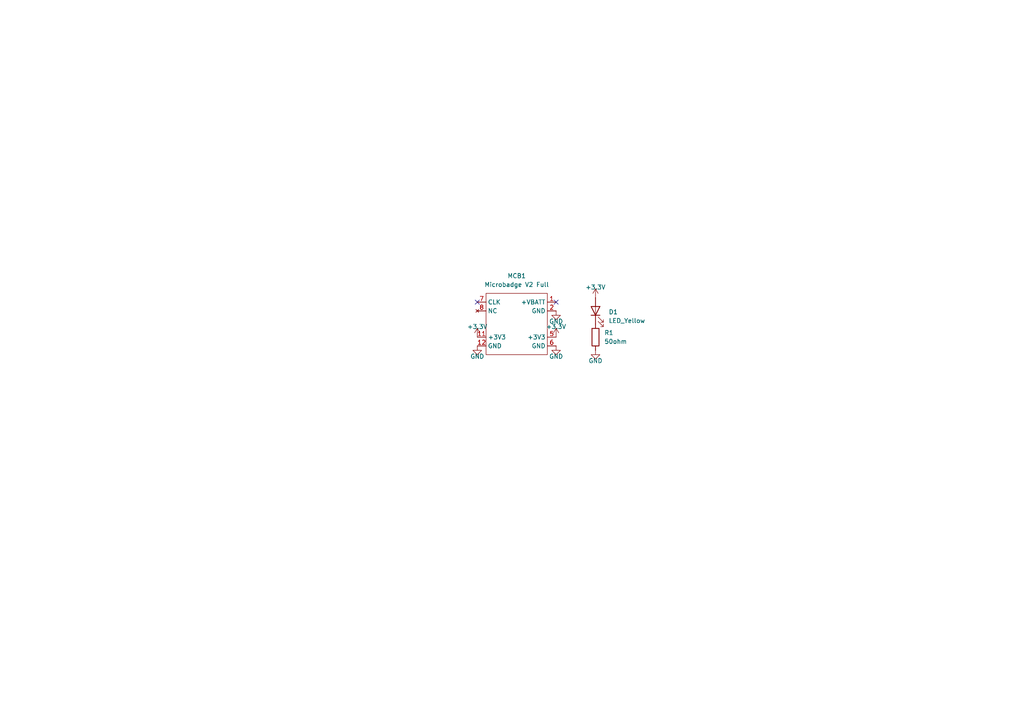
<source format=kicad_sch>
(kicad_sch (version 20250114) (generator "eeschema") (generator_version "9.0")
  (paper "A4")
  (lib_symbols
    (symbol "Device:LED" (pin_numbers (hide yes)) (pin_names (offset 1.016) (hide yes))
      (property "Reference" "D" (at 0 2.54 0))
      (property "Value" "LED" (at 0 -2.54 0))
      (symbol "LED_0_1"
        (polyline (pts (xy -3.048 -0.762) (xy -4.572 -2.286) (xy -3.81 -2.286) (xy -4.572 -2.286) (xy -4.572 -1.524)))
        (polyline (pts (xy -1.778 -0.762) (xy -3.302 -2.286) (xy -2.54 -2.286) (xy -3.302 -2.286) (xy -3.302 -1.524)))
        (polyline (pts (xy -1.27 0) (xy 1.27 0)))
        (polyline (pts (xy -1.27 -1.27) (xy -1.27 1.27)) (stroke (width 0.254)))
        (polyline (pts (xy 1.27 -1.27) (xy 1.27 1.27) (xy -1.27 0) (xy 1.27 -1.27)) (stroke (width 0.254)))
      )
      (symbol "LED_1_1"
        (pin passive line (at -3.81 0 0) (length 2.54) (name "K") (number "1"))
        (pin passive line (at 3.81 0 180) (length 2.54) (name "A") (number "2"))
      )
    )
    (symbol "Device:R" (pin_numbers (hide yes)) (pin_names (offset 0))
      (property "Reference" "R" (at 2.032 0 90))
      (property "Value" "R" (at 0 0 90))
      (symbol "R_0_1"
        (rectangle (start -1.016 -2.54) (end 1.016 2.54) (stroke (width 0.254)))
      )
      (symbol "R_1_1"
        (pin passive line (at 0 3.81 270) (length 1.27) (name "~") (number "1"))
        (pin passive line (at 0 -3.81 90) (length 1.27) (name "~") (number "2"))
      )
    )
    (symbol "Microbadge V2:Microbadge_V2_simple"
      (property "Reference" "MCB" (at 0 1.27 0))
      (property "Value" "Microbadge V2 Full" (at 0 -0.254 0))
      (symbol "Microbadge_V2_simple_0_1"
        (rectangle (start -8.89 8.89) (end 8.89 -8.89))
      )
      (symbol "Microbadge_V2_simple_1_1"
        (pin power_in line (at -6.35 11.43 270) (length 2.54) (name "+VBATT") (number "1"))
        (pin bidirectional line (at -6.35 -11.43 90) (length 2.54) (name "CLK") (number "7"))
        (pin power_out line (at -3.81 11.43 270) (length 2.54) (name "GND") (number "2"))
        (pin no_connect line (at -3.81 -11.43 90) (length 2.54) (name "NC") (number "8"))
        (pin power_in line (at 3.81 11.43 270) (length 2.54) (name "+3V3") (number "5"))
        (pin power_in line (at 3.81 -11.43 90) (length 2.54) (name "+3V3") (number "11"))
        (pin power_out line (at 6.35 11.43 270) (length 2.54) (name "GND") (number "6"))
        (pin power_out line (at 6.35 -11.43 90) (length 2.54) (name "GND") (number "12"))
      )
    )
    (symbol "power:+3.3V" (power) (pin_numbers (hide yes)) (pin_names (offset 0) (hide yes))
      (property "Value" "+3.3V" (at 0 3.556 0))
      (symbol "+3.3V_0_1"
        (polyline (pts (xy -0.762 1.27) (xy 0 2.54)))
        (polyline (pts (xy 0 2.54) (xy 0.762 1.27)))
        (polyline (pts (xy 0 0) (xy 0 2.54)))
      )
      (symbol "+3.3V_1_1"
        (pin power_in line (at 0 0 90) (length 0) (name "~") (number "1"))
      )
    )
    (symbol "power:GND" (power) (pin_numbers (hide yes)) (pin_names (offset 0) (hide yes))
      (property "Value" "GND" (at 0 -3.81 0))
      (symbol "GND_0_1"
        (polyline (pts (xy 0 0) (xy 0 -1.27) (xy 1.27 -1.27) (xy 0 -2.54) (xy -1.27 -1.27) (xy 0 -1.27)))
      )
      (symbol "GND_1_1"
        (pin power_in line (at 0 0 270) (length 0) (name "~") (number "1"))
      )
    )
  )
  (no_connect (at 161.29 87.63))
  (no_connect (at 138.43 87.63))
  (symbol (lib_id "power:GND") (at 161.29 90.17 0) (unit 1)
    (property "Reference" "#PWR05" (effects (hide yes)))
    (property "Value" "GND" (at 161.29 93.218 0))
    (property "Description" "Power symbol creates a global label with name \"GND\" , ground" (effects (hide yes)))
  )
  (symbol (lib_id "power:GND") (at 138.43 100.33 0) (unit 1)
    (property "Reference" "#PWR04" (effects (hide yes)))
    (property "Value" "GND" (at 138.43 103.378 0))
    (property "Description" "Power symbol creates a global label with name \"GND\" , ground" (effects (hide yes)))
  )
  (symbol (lib_id "Device:R") (at 172.72 97.79 0) (unit 1)
    (property "Reference" "R1" (at 175.26 96.5199 0) (effects (justify left)))
    (property "Value" "50ohm" (at 175.26 99.0599 0) (effects (justify left)))
    (property "Footprint" "Resistor_SMD:R_0402_1005Metric" (effects (hide yes)))
    (property "Description" "Resistor" (effects (hide yes)))
    (property "LCSC Part #" "C25120" (effects (hide yes)))
  )
  (symbol (lib_id "power:+3.3V") (at 138.43 97.79 0) (unit 1)
    (property "Reference" "#PWR02" (effects (hide yes)))
    (property "Value" "+3.3V" (at 138.43 94.742 0))
    (property "Description" "Power symbol creates a global label with name \"+3.3V\"" (effects (hide yes)))
  )
  (symbol (lib_id "power:GND") (at 172.72 101.6 0) (unit 1)
    (property "Reference" "#PWR07" (effects (hide yes)))
    (property "Value" "GND" (at 172.72 104.648 0))
    (property "Description" "Power symbol creates a global label with name \"GND\" , ground" (effects (hide yes)))
  )
  (symbol (lib_id "Microbadge V2:Microbadge_V2_simple") (at 149.86 93.98 270) (unit 1) (in_bom no)
    (property "Reference" "MCB1" (at 149.86 80.01 90))
    (property "Value" "Microbadge V2 Full" (at 149.86 82.55 90))
    (property "Footprint" "Microbadge V2:Microbadge_V2_simple_round" (effects (hide yes)))
    (property "Description" "SAINTCON Microbadge V2" (effects (hide yes)))
  )
  (symbol (lib_id "Device:LED") (at 172.72 90.17 90) (unit 1)
    (property "Reference" "D1" (at 176.53 90.4874 90) (effects (justify right)))
    (property "Value" "LED_Yellow" (at 176.53 93.0274 90) (effects (justify right)))
    (property "Footprint" "LED_SMD:LED_0603_1608Metric" (effects (hide yes)))
    (property "Description" "Light emitting diode" (effects (hide yes)))
    (property "Sim.Pins" "1=K 2=A" (effects (hide yes)))
    (property "LCSC Part #" "C89811" (effects (hide yes)))
  )
  (symbol (lib_id "power:GND") (at 161.29 100.33 0) (unit 1)
    (property "Reference" "#PWR03" (effects (hide yes)))
    (property "Value" "GND" (at 161.29 103.378 0))
    (property "Description" "Power symbol creates a global label with name \"GND\" , ground" (effects (hide yes)))
  )
  (symbol (lib_id "power:+3.3V") (at 161.29 97.79 0) (unit 1)
    (property "Reference" "#PWR01" (effects (hide yes)))
    (property "Value" "+3.3V" (at 161.29 94.742 0))
    (property "Description" "Power symbol creates a global label with name \"+3.3V\"" (effects (hide yes)))
  )
  (symbol (lib_id "power:+3.3V") (at 172.72 86.36 0) (unit 1)
    (property "Reference" "#PWR06" (effects (hide yes)))
    (property "Value" "+3.3V" (at 172.72 83.312 0))
    (property "Description" "Power symbol creates a global label with name \"+3.3V\"" (effects (hide yes)))
  )
)
</source>
